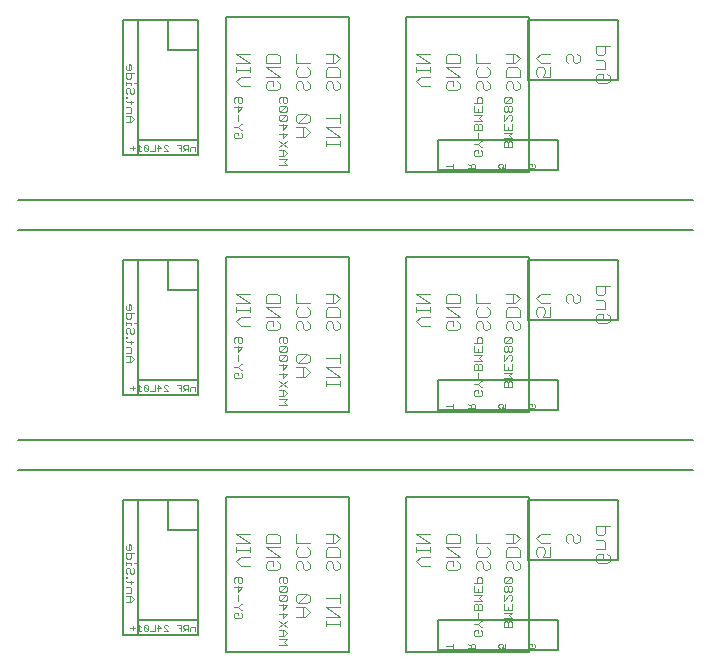
<source format=gbo>
G75*
%MOIN*%
%OFA0B0*%
%FSLAX25Y25*%
%IPPOS*%
%LPD*%
%AMOC8*
5,1,8,0,0,1.08239X$1,22.5*
%
%ADD10C,0.00600*%
%ADD11C,0.00500*%
%ADD12C,0.00300*%
%ADD13C,0.00200*%
%ADD14C,0.00400*%
D10*
X0001300Y0071250D02*
X0226300Y0071250D01*
X0226300Y0081250D02*
X0001300Y0081250D01*
X0001300Y0151250D02*
X0226300Y0151250D01*
X0226300Y0161250D02*
X0001300Y0161250D01*
D11*
X0036300Y0061250D02*
X0036300Y0016250D01*
X0041300Y0016250D01*
X0041300Y0021250D01*
X0061300Y0021250D01*
X0061300Y0016250D01*
X0041300Y0016250D01*
X0041300Y0021250D02*
X0041300Y0061250D01*
X0036300Y0061250D01*
X0041300Y0061250D02*
X0051300Y0061250D01*
X0051300Y0051250D01*
X0061300Y0051250D01*
X0061300Y0021250D01*
X0070749Y0010344D02*
X0070749Y0062156D01*
X0111851Y0062156D01*
X0111851Y0010344D01*
X0070749Y0010344D01*
X0061300Y0051250D02*
X0061300Y0061250D01*
X0051300Y0061250D01*
X0070749Y0090344D02*
X0070749Y0142156D01*
X0111851Y0142156D01*
X0111851Y0090344D01*
X0070749Y0090344D01*
X0061300Y0096250D02*
X0041300Y0096250D01*
X0036300Y0096250D01*
X0036300Y0141250D01*
X0041300Y0141250D01*
X0041300Y0101250D01*
X0041300Y0096250D01*
X0041300Y0101250D02*
X0061300Y0101250D01*
X0061300Y0096250D01*
X0061300Y0101250D02*
X0061300Y0131250D01*
X0051300Y0131250D01*
X0051300Y0141250D01*
X0061300Y0141250D01*
X0061300Y0131250D01*
X0051300Y0141250D02*
X0041300Y0141250D01*
X0070749Y0170344D02*
X0070749Y0222156D01*
X0111851Y0222156D01*
X0111851Y0170344D01*
X0070749Y0170344D01*
X0061300Y0176250D02*
X0041300Y0176250D01*
X0036300Y0176250D01*
X0036300Y0221250D01*
X0041300Y0221250D01*
X0041300Y0181250D01*
X0041300Y0176250D01*
X0041300Y0181250D02*
X0061300Y0181250D01*
X0061300Y0176250D01*
X0061300Y0181250D02*
X0061300Y0211250D01*
X0051300Y0211250D01*
X0051300Y0221250D01*
X0061300Y0221250D01*
X0061300Y0211250D01*
X0051300Y0221250D02*
X0041300Y0221250D01*
X0130749Y0222156D02*
X0130749Y0170344D01*
X0171851Y0170344D01*
X0171851Y0222156D01*
X0130749Y0222156D01*
X0171300Y0221250D02*
X0171300Y0201250D01*
X0201300Y0201250D01*
X0201300Y0221250D01*
X0171300Y0221250D01*
X0181300Y0181250D02*
X0141300Y0181250D01*
X0141300Y0171250D01*
X0181300Y0171250D01*
X0181300Y0181250D01*
X0171851Y0142156D02*
X0171851Y0090344D01*
X0130749Y0090344D01*
X0130749Y0142156D01*
X0171851Y0142156D01*
X0171300Y0141250D02*
X0171300Y0121250D01*
X0201300Y0121250D01*
X0201300Y0141250D01*
X0171300Y0141250D01*
X0181300Y0101250D02*
X0141300Y0101250D01*
X0141300Y0091250D01*
X0181300Y0091250D01*
X0181300Y0101250D01*
X0171851Y0062156D02*
X0130749Y0062156D01*
X0130749Y0010344D01*
X0171851Y0010344D01*
X0171851Y0062156D01*
X0171300Y0061250D02*
X0171300Y0041250D01*
X0201300Y0041250D01*
X0201300Y0061250D01*
X0171300Y0061250D01*
X0181300Y0021250D02*
X0141300Y0021250D01*
X0141300Y0011250D01*
X0181300Y0011250D01*
X0181300Y0021250D01*
D12*
X0166152Y0021667D02*
X0165185Y0022635D01*
X0166152Y0023602D01*
X0163250Y0023602D01*
X0163250Y0024614D02*
X0163250Y0026549D01*
X0163250Y0027560D02*
X0165185Y0029495D01*
X0165669Y0029495D01*
X0166152Y0029012D01*
X0166152Y0028044D01*
X0165669Y0027560D01*
X0166152Y0026549D02*
X0166152Y0024614D01*
X0163250Y0024614D01*
X0164701Y0024614D02*
X0164701Y0025581D01*
X0163250Y0027560D02*
X0163250Y0029495D01*
X0163734Y0030507D02*
X0164217Y0030507D01*
X0164701Y0030991D01*
X0164701Y0031958D01*
X0164217Y0032442D01*
X0163734Y0032442D01*
X0163250Y0031958D01*
X0163250Y0030991D01*
X0163734Y0030507D01*
X0164701Y0030991D02*
X0165185Y0030507D01*
X0165669Y0030507D01*
X0166152Y0030991D01*
X0166152Y0031958D01*
X0165669Y0032442D01*
X0165185Y0032442D01*
X0164701Y0031958D01*
X0163734Y0033453D02*
X0165669Y0035388D01*
X0163734Y0035388D01*
X0163250Y0034905D01*
X0163250Y0033937D01*
X0163734Y0033453D01*
X0165669Y0033453D01*
X0166152Y0033937D01*
X0166152Y0034905D01*
X0165669Y0035388D01*
X0156152Y0034905D02*
X0156152Y0033453D01*
X0153250Y0033453D01*
X0154217Y0033453D02*
X0154217Y0034905D01*
X0154701Y0035388D01*
X0155669Y0035388D01*
X0156152Y0034905D01*
X0156152Y0032442D02*
X0156152Y0030507D01*
X0153250Y0030507D01*
X0153250Y0032442D01*
X0154701Y0031474D02*
X0154701Y0030507D01*
X0156152Y0029495D02*
X0153250Y0029495D01*
X0153250Y0027560D02*
X0156152Y0027560D01*
X0155185Y0028528D01*
X0156152Y0029495D01*
X0155669Y0026549D02*
X0155185Y0026549D01*
X0154701Y0026065D01*
X0154701Y0024614D01*
X0154701Y0023602D02*
X0154701Y0021667D01*
X0155669Y0020656D02*
X0154701Y0019688D01*
X0153250Y0019688D01*
X0154701Y0019688D02*
X0155669Y0018721D01*
X0156152Y0018721D01*
X0155669Y0017709D02*
X0156152Y0017226D01*
X0156152Y0016258D01*
X0155669Y0015774D01*
X0153734Y0015774D01*
X0153250Y0016258D01*
X0153250Y0017226D01*
X0153734Y0017709D01*
X0154701Y0017709D01*
X0154701Y0016742D01*
X0155669Y0020656D02*
X0156152Y0020656D01*
X0156152Y0024614D02*
X0153250Y0024614D01*
X0153250Y0026065D01*
X0153734Y0026549D01*
X0154217Y0026549D01*
X0154701Y0026065D01*
X0155669Y0026549D02*
X0156152Y0026065D01*
X0156152Y0024614D01*
X0163250Y0021667D02*
X0166152Y0021667D01*
X0165669Y0020656D02*
X0165185Y0020656D01*
X0164701Y0020172D01*
X0164701Y0018721D01*
X0163250Y0018721D02*
X0166152Y0018721D01*
X0166152Y0020172D01*
X0165669Y0020656D01*
X0164701Y0020172D02*
X0164217Y0020656D01*
X0163734Y0020656D01*
X0163250Y0020172D01*
X0163250Y0018721D01*
X0091152Y0018721D02*
X0088250Y0020656D01*
X0089701Y0021667D02*
X0089701Y0023602D01*
X0089701Y0024614D02*
X0089701Y0026549D01*
X0088734Y0027560D02*
X0090669Y0027560D01*
X0091152Y0028044D01*
X0091152Y0029012D01*
X0090669Y0029495D01*
X0088734Y0027560D01*
X0088250Y0028044D01*
X0088250Y0029012D01*
X0088734Y0029495D01*
X0090669Y0029495D01*
X0090669Y0030507D02*
X0088734Y0030507D01*
X0090669Y0032442D01*
X0088734Y0032442D01*
X0088250Y0031958D01*
X0088250Y0030991D01*
X0088734Y0030507D01*
X0090669Y0030507D02*
X0091152Y0030991D01*
X0091152Y0031958D01*
X0090669Y0032442D01*
X0090669Y0033453D02*
X0090185Y0033453D01*
X0089701Y0033937D01*
X0089701Y0035388D01*
X0088734Y0035388D02*
X0090669Y0035388D01*
X0091152Y0034905D01*
X0091152Y0033937D01*
X0090669Y0033453D01*
X0088734Y0033453D02*
X0088250Y0033937D01*
X0088250Y0034905D01*
X0088734Y0035388D01*
X0088250Y0026065D02*
X0091152Y0026065D01*
X0089701Y0024614D01*
X0088250Y0023119D02*
X0091152Y0023119D01*
X0089701Y0021667D01*
X0091152Y0020656D02*
X0088250Y0018721D01*
X0088250Y0017709D02*
X0090185Y0017709D01*
X0091152Y0016742D01*
X0090185Y0015774D01*
X0088250Y0015774D01*
X0088250Y0014763D02*
X0091152Y0014763D01*
X0090185Y0013795D01*
X0091152Y0012828D01*
X0088250Y0012828D01*
X0089701Y0015774D02*
X0089701Y0017709D01*
X0076152Y0022151D02*
X0075669Y0021667D01*
X0073734Y0021667D01*
X0073250Y0022151D01*
X0073250Y0023119D01*
X0073734Y0023602D01*
X0074701Y0023602D01*
X0074701Y0022635D01*
X0075669Y0023602D02*
X0076152Y0023119D01*
X0076152Y0022151D01*
X0076152Y0024614D02*
X0075669Y0024614D01*
X0074701Y0025581D01*
X0073250Y0025581D01*
X0074701Y0025581D02*
X0075669Y0026549D01*
X0076152Y0026549D01*
X0074701Y0027560D02*
X0074701Y0029495D01*
X0074701Y0030507D02*
X0074701Y0032442D01*
X0075185Y0033453D02*
X0074701Y0033937D01*
X0074701Y0035388D01*
X0073734Y0035388D02*
X0075669Y0035388D01*
X0076152Y0034905D01*
X0076152Y0033937D01*
X0075669Y0033453D01*
X0075185Y0033453D01*
X0073734Y0033453D02*
X0073250Y0033937D01*
X0073250Y0034905D01*
X0073734Y0035388D01*
X0073250Y0031958D02*
X0076152Y0031958D01*
X0074701Y0030507D01*
X0040636Y0040026D02*
X0040152Y0040026D01*
X0039185Y0040026D02*
X0037250Y0040026D01*
X0037250Y0039543D02*
X0037250Y0040510D01*
X0037734Y0041507D02*
X0037250Y0041991D01*
X0037250Y0043442D01*
X0040152Y0043442D01*
X0039185Y0043442D02*
X0039185Y0041991D01*
X0038701Y0041507D01*
X0037734Y0041507D01*
X0039185Y0040026D02*
X0039185Y0039543D01*
X0039669Y0038531D02*
X0040152Y0038047D01*
X0040152Y0037080D01*
X0039669Y0036596D01*
X0039185Y0036596D01*
X0038701Y0037080D01*
X0038701Y0038047D01*
X0038217Y0038531D01*
X0037734Y0038531D01*
X0037250Y0038047D01*
X0037250Y0037080D01*
X0037734Y0036596D01*
X0037734Y0035607D02*
X0037250Y0035607D01*
X0037250Y0035123D01*
X0037734Y0035123D01*
X0037734Y0035607D01*
X0037250Y0034126D02*
X0037734Y0033642D01*
X0039669Y0033642D01*
X0039185Y0033159D02*
X0039185Y0034126D01*
X0038701Y0032147D02*
X0037250Y0032147D01*
X0038701Y0032147D02*
X0039185Y0031663D01*
X0039185Y0030212D01*
X0037250Y0030212D01*
X0037250Y0029200D02*
X0039185Y0029200D01*
X0040152Y0028233D01*
X0039185Y0027265D01*
X0037250Y0027265D01*
X0038701Y0027265D02*
X0038701Y0029200D01*
X0038701Y0044453D02*
X0039185Y0044937D01*
X0039185Y0045905D01*
X0038701Y0046388D01*
X0038217Y0046388D01*
X0038217Y0044453D01*
X0037734Y0044453D02*
X0038701Y0044453D01*
X0037734Y0044453D02*
X0037250Y0044937D01*
X0037250Y0045905D01*
X0088250Y0092828D02*
X0091152Y0092828D01*
X0090185Y0093795D01*
X0091152Y0094763D01*
X0088250Y0094763D01*
X0088250Y0095774D02*
X0090185Y0095774D01*
X0091152Y0096742D01*
X0090185Y0097709D01*
X0088250Y0097709D01*
X0088250Y0098721D02*
X0091152Y0100656D01*
X0089701Y0101667D02*
X0089701Y0103602D01*
X0089701Y0104614D02*
X0089701Y0106549D01*
X0088734Y0107560D02*
X0090669Y0109495D01*
X0088734Y0109495D01*
X0088250Y0109012D01*
X0088250Y0108044D01*
X0088734Y0107560D01*
X0090669Y0107560D01*
X0091152Y0108044D01*
X0091152Y0109012D01*
X0090669Y0109495D01*
X0090669Y0110507D02*
X0091152Y0110991D01*
X0091152Y0111958D01*
X0090669Y0112442D01*
X0088734Y0110507D01*
X0088250Y0110991D01*
X0088250Y0111958D01*
X0088734Y0112442D01*
X0090669Y0112442D01*
X0090669Y0113453D02*
X0090185Y0113453D01*
X0089701Y0113937D01*
X0089701Y0115388D01*
X0088734Y0115388D02*
X0090669Y0115388D01*
X0091152Y0114905D01*
X0091152Y0113937D01*
X0090669Y0113453D01*
X0088734Y0113453D02*
X0088250Y0113937D01*
X0088250Y0114905D01*
X0088734Y0115388D01*
X0088734Y0110507D02*
X0090669Y0110507D01*
X0091152Y0106065D02*
X0088250Y0106065D01*
X0089701Y0104614D02*
X0091152Y0106065D01*
X0091152Y0103119D02*
X0088250Y0103119D01*
X0089701Y0101667D02*
X0091152Y0103119D01*
X0088250Y0100656D02*
X0091152Y0098721D01*
X0089701Y0097709D02*
X0089701Y0095774D01*
X0076152Y0102151D02*
X0075669Y0101667D01*
X0073734Y0101667D01*
X0073250Y0102151D01*
X0073250Y0103119D01*
X0073734Y0103602D01*
X0074701Y0103602D01*
X0074701Y0102635D01*
X0075669Y0103602D02*
X0076152Y0103119D01*
X0076152Y0102151D01*
X0076152Y0104614D02*
X0075669Y0104614D01*
X0074701Y0105581D01*
X0073250Y0105581D01*
X0074701Y0105581D02*
X0075669Y0106549D01*
X0076152Y0106549D01*
X0074701Y0107560D02*
X0074701Y0109495D01*
X0074701Y0110507D02*
X0074701Y0112442D01*
X0075185Y0113453D02*
X0074701Y0113937D01*
X0074701Y0115388D01*
X0073734Y0115388D02*
X0075669Y0115388D01*
X0076152Y0114905D01*
X0076152Y0113937D01*
X0075669Y0113453D01*
X0075185Y0113453D01*
X0073734Y0113453D02*
X0073250Y0113937D01*
X0073250Y0114905D01*
X0073734Y0115388D01*
X0073250Y0111958D02*
X0076152Y0111958D01*
X0074701Y0110507D01*
X0040636Y0120026D02*
X0040152Y0120026D01*
X0039185Y0120026D02*
X0037250Y0120026D01*
X0037250Y0119543D02*
X0037250Y0120510D01*
X0037734Y0121507D02*
X0037250Y0121991D01*
X0037250Y0123442D01*
X0040152Y0123442D01*
X0039185Y0123442D02*
X0039185Y0121991D01*
X0038701Y0121507D01*
X0037734Y0121507D01*
X0039185Y0120026D02*
X0039185Y0119543D01*
X0039669Y0118531D02*
X0040152Y0118047D01*
X0040152Y0117080D01*
X0039669Y0116596D01*
X0039185Y0116596D01*
X0038701Y0117080D01*
X0038701Y0118047D01*
X0038217Y0118531D01*
X0037734Y0118531D01*
X0037250Y0118047D01*
X0037250Y0117080D01*
X0037734Y0116596D01*
X0037734Y0115607D02*
X0037250Y0115607D01*
X0037250Y0115123D01*
X0037734Y0115123D01*
X0037734Y0115607D01*
X0037250Y0114126D02*
X0037734Y0113642D01*
X0039669Y0113642D01*
X0039185Y0113159D02*
X0039185Y0114126D01*
X0038701Y0112147D02*
X0037250Y0112147D01*
X0038701Y0112147D02*
X0039185Y0111663D01*
X0039185Y0110212D01*
X0037250Y0110212D01*
X0037250Y0109200D02*
X0039185Y0109200D01*
X0040152Y0108233D01*
X0039185Y0107265D01*
X0037250Y0107265D01*
X0038701Y0107265D02*
X0038701Y0109200D01*
X0038701Y0124453D02*
X0039185Y0124937D01*
X0039185Y0125905D01*
X0038701Y0126388D01*
X0038217Y0126388D01*
X0038217Y0124453D01*
X0037734Y0124453D02*
X0038701Y0124453D01*
X0037734Y0124453D02*
X0037250Y0124937D01*
X0037250Y0125905D01*
X0088250Y0172828D02*
X0091152Y0172828D01*
X0090185Y0173795D01*
X0091152Y0174763D01*
X0088250Y0174763D01*
X0088250Y0175774D02*
X0090185Y0175774D01*
X0091152Y0176742D01*
X0090185Y0177709D01*
X0088250Y0177709D01*
X0088250Y0178721D02*
X0091152Y0180656D01*
X0089701Y0181667D02*
X0089701Y0183602D01*
X0089701Y0184614D02*
X0089701Y0186549D01*
X0088734Y0187560D02*
X0090669Y0187560D01*
X0091152Y0188044D01*
X0091152Y0189012D01*
X0090669Y0189495D01*
X0088734Y0187560D01*
X0088250Y0188044D01*
X0088250Y0189012D01*
X0088734Y0189495D01*
X0090669Y0189495D01*
X0090669Y0190507D02*
X0091152Y0190991D01*
X0091152Y0191958D01*
X0090669Y0192442D01*
X0088734Y0190507D01*
X0088250Y0190991D01*
X0088250Y0191958D01*
X0088734Y0192442D01*
X0090669Y0192442D01*
X0090669Y0193453D02*
X0090185Y0193453D01*
X0089701Y0193937D01*
X0089701Y0195388D01*
X0088734Y0195388D02*
X0090669Y0195388D01*
X0091152Y0194905D01*
X0091152Y0193937D01*
X0090669Y0193453D01*
X0088734Y0193453D02*
X0088250Y0193937D01*
X0088250Y0194905D01*
X0088734Y0195388D01*
X0088734Y0190507D02*
X0090669Y0190507D01*
X0091152Y0186065D02*
X0088250Y0186065D01*
X0089701Y0184614D02*
X0091152Y0186065D01*
X0091152Y0183119D02*
X0088250Y0183119D01*
X0089701Y0181667D02*
X0091152Y0183119D01*
X0088250Y0180656D02*
X0091152Y0178721D01*
X0089701Y0177709D02*
X0089701Y0175774D01*
X0076152Y0182151D02*
X0075669Y0181667D01*
X0073734Y0181667D01*
X0073250Y0182151D01*
X0073250Y0183119D01*
X0073734Y0183602D01*
X0074701Y0183602D01*
X0074701Y0182635D01*
X0075669Y0183602D02*
X0076152Y0183119D01*
X0076152Y0182151D01*
X0076152Y0184614D02*
X0075669Y0184614D01*
X0074701Y0185581D01*
X0073250Y0185581D01*
X0074701Y0185581D02*
X0075669Y0186549D01*
X0076152Y0186549D01*
X0074701Y0187560D02*
X0074701Y0189495D01*
X0074701Y0190507D02*
X0074701Y0192442D01*
X0075185Y0193453D02*
X0074701Y0193937D01*
X0074701Y0195388D01*
X0073734Y0195388D02*
X0075669Y0195388D01*
X0076152Y0194905D01*
X0076152Y0193937D01*
X0075669Y0193453D01*
X0075185Y0193453D01*
X0073734Y0193453D02*
X0073250Y0193937D01*
X0073250Y0194905D01*
X0073734Y0195388D01*
X0073250Y0191958D02*
X0076152Y0191958D01*
X0074701Y0190507D01*
X0040636Y0200026D02*
X0040152Y0200026D01*
X0039185Y0200026D02*
X0037250Y0200026D01*
X0037250Y0199543D02*
X0037250Y0200510D01*
X0037734Y0201507D02*
X0037250Y0201991D01*
X0037250Y0203442D01*
X0040152Y0203442D01*
X0039185Y0203442D02*
X0039185Y0201991D01*
X0038701Y0201507D01*
X0037734Y0201507D01*
X0039185Y0200026D02*
X0039185Y0199543D01*
X0039669Y0198531D02*
X0040152Y0198047D01*
X0040152Y0197080D01*
X0039669Y0196596D01*
X0039185Y0196596D01*
X0038701Y0197080D01*
X0038701Y0198047D01*
X0038217Y0198531D01*
X0037734Y0198531D01*
X0037250Y0198047D01*
X0037250Y0197080D01*
X0037734Y0196596D01*
X0037734Y0195607D02*
X0037250Y0195607D01*
X0037250Y0195123D01*
X0037734Y0195123D01*
X0037734Y0195607D01*
X0037250Y0194126D02*
X0037734Y0193642D01*
X0039669Y0193642D01*
X0039185Y0193159D02*
X0039185Y0194126D01*
X0038701Y0192147D02*
X0037250Y0192147D01*
X0038701Y0192147D02*
X0039185Y0191663D01*
X0039185Y0190212D01*
X0037250Y0190212D01*
X0037250Y0189200D02*
X0039185Y0189200D01*
X0040152Y0188233D01*
X0039185Y0187265D01*
X0037250Y0187265D01*
X0038701Y0187265D02*
X0038701Y0189200D01*
X0038701Y0204453D02*
X0039185Y0204937D01*
X0039185Y0205905D01*
X0038701Y0206388D01*
X0038217Y0206388D01*
X0038217Y0204453D01*
X0037734Y0204453D02*
X0038701Y0204453D01*
X0037734Y0204453D02*
X0037250Y0204937D01*
X0037250Y0205905D01*
X0153250Y0193453D02*
X0156152Y0193453D01*
X0156152Y0194905D01*
X0155669Y0195388D01*
X0154701Y0195388D01*
X0154217Y0194905D01*
X0154217Y0193453D01*
X0153250Y0192442D02*
X0153250Y0190507D01*
X0156152Y0190507D01*
X0156152Y0192442D01*
X0154701Y0191474D02*
X0154701Y0190507D01*
X0156152Y0189495D02*
X0153250Y0189495D01*
X0153250Y0187560D02*
X0156152Y0187560D01*
X0155185Y0188528D01*
X0156152Y0189495D01*
X0155669Y0186549D02*
X0155185Y0186549D01*
X0154701Y0186065D01*
X0154701Y0184614D01*
X0154701Y0183602D02*
X0154701Y0181667D01*
X0155669Y0180656D02*
X0154701Y0179688D01*
X0153250Y0179688D01*
X0154701Y0179688D02*
X0155669Y0178721D01*
X0156152Y0178721D01*
X0155669Y0177709D02*
X0156152Y0177226D01*
X0156152Y0176258D01*
X0155669Y0175774D01*
X0153734Y0175774D01*
X0153250Y0176258D01*
X0153250Y0177226D01*
X0153734Y0177709D01*
X0154701Y0177709D01*
X0154701Y0176742D01*
X0155669Y0180656D02*
X0156152Y0180656D01*
X0156152Y0184614D02*
X0153250Y0184614D01*
X0153250Y0186065D01*
X0153734Y0186549D01*
X0154217Y0186549D01*
X0154701Y0186065D01*
X0155669Y0186549D02*
X0156152Y0186065D01*
X0156152Y0184614D01*
X0163250Y0184614D02*
X0163250Y0186549D01*
X0163250Y0187560D02*
X0165185Y0189495D01*
X0165669Y0189495D01*
X0166152Y0189012D01*
X0166152Y0188044D01*
X0165669Y0187560D01*
X0166152Y0186549D02*
X0166152Y0184614D01*
X0163250Y0184614D01*
X0163250Y0183602D02*
X0166152Y0183602D01*
X0165185Y0182635D01*
X0166152Y0181667D01*
X0163250Y0181667D01*
X0163734Y0180656D02*
X0163250Y0180172D01*
X0163250Y0178721D01*
X0166152Y0178721D01*
X0166152Y0180172D01*
X0165669Y0180656D01*
X0165185Y0180656D01*
X0164701Y0180172D01*
X0164701Y0178721D01*
X0164701Y0180172D02*
X0164217Y0180656D01*
X0163734Y0180656D01*
X0164701Y0184614D02*
X0164701Y0185581D01*
X0163250Y0187560D02*
X0163250Y0189495D01*
X0163734Y0190507D02*
X0164217Y0190507D01*
X0164701Y0190991D01*
X0164701Y0191958D01*
X0164217Y0192442D01*
X0163734Y0192442D01*
X0163250Y0191958D01*
X0163250Y0190991D01*
X0163734Y0190507D01*
X0164701Y0190991D02*
X0165185Y0190507D01*
X0165669Y0190507D01*
X0166152Y0190991D01*
X0166152Y0191958D01*
X0165669Y0192442D01*
X0165185Y0192442D01*
X0164701Y0191958D01*
X0163734Y0193453D02*
X0165669Y0195388D01*
X0163734Y0195388D01*
X0163250Y0194905D01*
X0163250Y0193937D01*
X0163734Y0193453D01*
X0165669Y0193453D01*
X0166152Y0193937D01*
X0166152Y0194905D01*
X0165669Y0195388D01*
X0165669Y0115388D02*
X0163734Y0115388D01*
X0163250Y0114905D01*
X0163250Y0113937D01*
X0163734Y0113453D01*
X0165669Y0115388D01*
X0166152Y0114905D01*
X0166152Y0113937D01*
X0165669Y0113453D01*
X0163734Y0113453D01*
X0163734Y0112442D02*
X0163250Y0111958D01*
X0163250Y0110991D01*
X0163734Y0110507D01*
X0164217Y0110507D01*
X0164701Y0110991D01*
X0164701Y0111958D01*
X0164217Y0112442D01*
X0163734Y0112442D01*
X0164701Y0111958D02*
X0165185Y0112442D01*
X0165669Y0112442D01*
X0166152Y0111958D01*
X0166152Y0110991D01*
X0165669Y0110507D01*
X0165185Y0110507D01*
X0164701Y0110991D01*
X0165185Y0109495D02*
X0165669Y0109495D01*
X0166152Y0109012D01*
X0166152Y0108044D01*
X0165669Y0107560D01*
X0166152Y0106549D02*
X0166152Y0104614D01*
X0163250Y0104614D01*
X0163250Y0106549D01*
X0163250Y0107560D02*
X0165185Y0109495D01*
X0163250Y0109495D02*
X0163250Y0107560D01*
X0164701Y0105581D02*
X0164701Y0104614D01*
X0166152Y0103602D02*
X0163250Y0103602D01*
X0163250Y0101667D02*
X0166152Y0101667D01*
X0165185Y0102635D01*
X0166152Y0103602D01*
X0165669Y0100656D02*
X0165185Y0100656D01*
X0164701Y0100172D01*
X0164701Y0098721D01*
X0163250Y0098721D02*
X0166152Y0098721D01*
X0166152Y0100172D01*
X0165669Y0100656D01*
X0164701Y0100172D02*
X0164217Y0100656D01*
X0163734Y0100656D01*
X0163250Y0100172D01*
X0163250Y0098721D01*
X0156152Y0098721D02*
X0155669Y0098721D01*
X0154701Y0099688D01*
X0153250Y0099688D01*
X0154701Y0099688D02*
X0155669Y0100656D01*
X0156152Y0100656D01*
X0154701Y0101667D02*
X0154701Y0103602D01*
X0154701Y0104614D02*
X0154701Y0106065D01*
X0154217Y0106549D01*
X0153734Y0106549D01*
X0153250Y0106065D01*
X0153250Y0104614D01*
X0156152Y0104614D01*
X0156152Y0106065D01*
X0155669Y0106549D01*
X0155185Y0106549D01*
X0154701Y0106065D01*
X0153250Y0107560D02*
X0156152Y0107560D01*
X0155185Y0108528D01*
X0156152Y0109495D01*
X0153250Y0109495D01*
X0153250Y0110507D02*
X0153250Y0112442D01*
X0153250Y0113453D02*
X0156152Y0113453D01*
X0156152Y0114905D01*
X0155669Y0115388D01*
X0154701Y0115388D01*
X0154217Y0114905D01*
X0154217Y0113453D01*
X0154701Y0111474D02*
X0154701Y0110507D01*
X0156152Y0110507D02*
X0153250Y0110507D01*
X0156152Y0110507D02*
X0156152Y0112442D01*
X0155669Y0097709D02*
X0156152Y0097226D01*
X0156152Y0096258D01*
X0155669Y0095774D01*
X0153734Y0095774D01*
X0153250Y0096258D01*
X0153250Y0097226D01*
X0153734Y0097709D01*
X0154701Y0097709D01*
X0154701Y0096742D01*
D13*
X0153335Y0093108D02*
X0152601Y0093108D01*
X0152234Y0092741D01*
X0152234Y0091640D01*
X0151500Y0091640D02*
X0153702Y0091640D01*
X0153702Y0092741D01*
X0153335Y0093108D01*
X0152234Y0092374D02*
X0151500Y0093108D01*
X0146202Y0093108D02*
X0146202Y0091640D01*
X0146202Y0092374D02*
X0144000Y0092374D01*
X0161500Y0092007D02*
X0161867Y0091640D01*
X0161500Y0092007D02*
X0161500Y0092741D01*
X0161867Y0093108D01*
X0162601Y0093108D01*
X0162968Y0092741D01*
X0162968Y0092374D01*
X0162601Y0091640D01*
X0163702Y0091640D01*
X0163702Y0093108D01*
X0171500Y0092741D02*
X0171867Y0093108D01*
X0172601Y0093108D01*
X0172601Y0092374D01*
X0173335Y0091640D02*
X0171867Y0091640D01*
X0171500Y0092007D01*
X0171500Y0092741D01*
X0173335Y0093108D02*
X0173702Y0092741D01*
X0173702Y0092007D01*
X0173335Y0091640D01*
X0173335Y0013108D02*
X0173702Y0012741D01*
X0173702Y0012007D01*
X0173335Y0011640D01*
X0171867Y0011640D01*
X0171500Y0012007D01*
X0171500Y0012741D01*
X0171867Y0013108D01*
X0172601Y0013108D01*
X0172601Y0012374D01*
X0163702Y0011640D02*
X0162601Y0011640D01*
X0162968Y0012374D01*
X0162968Y0012741D01*
X0162601Y0013108D01*
X0161867Y0013108D01*
X0161500Y0012741D01*
X0161500Y0012007D01*
X0161867Y0011640D01*
X0163702Y0011640D02*
X0163702Y0013108D01*
X0153702Y0012741D02*
X0153335Y0013108D01*
X0152601Y0013108D01*
X0152234Y0012741D01*
X0152234Y0011640D01*
X0151500Y0011640D02*
X0153702Y0011640D01*
X0153702Y0012741D01*
X0152234Y0012374D02*
X0151500Y0013108D01*
X0146202Y0013108D02*
X0146202Y0011640D01*
X0146202Y0012374D02*
X0144000Y0012374D01*
X0060200Y0017350D02*
X0060200Y0018818D01*
X0059099Y0018818D01*
X0058732Y0018451D01*
X0058732Y0017350D01*
X0057990Y0017350D02*
X0057990Y0019552D01*
X0056889Y0019552D01*
X0056522Y0019185D01*
X0056522Y0018451D01*
X0056889Y0018084D01*
X0057990Y0018084D01*
X0057256Y0018084D02*
X0056522Y0017350D01*
X0055780Y0017350D02*
X0055780Y0019552D01*
X0054312Y0019552D01*
X0055046Y0018451D02*
X0055780Y0018451D01*
X0051360Y0019185D02*
X0050994Y0019552D01*
X0050260Y0019552D01*
X0049893Y0019185D01*
X0049893Y0018818D01*
X0051360Y0017350D01*
X0049893Y0017350D01*
X0049151Y0018451D02*
X0047683Y0018451D01*
X0048050Y0017350D02*
X0048050Y0019552D01*
X0049151Y0018451D01*
X0046941Y0019552D02*
X0046941Y0017350D01*
X0045473Y0017350D01*
X0044731Y0017717D02*
X0043263Y0019185D01*
X0043263Y0017717D01*
X0043630Y0017350D01*
X0044364Y0017350D01*
X0044731Y0017717D01*
X0044731Y0019185D01*
X0044364Y0019552D01*
X0043630Y0019552D01*
X0043263Y0019185D01*
X0042521Y0018818D02*
X0041787Y0019552D01*
X0041787Y0017350D01*
X0042521Y0017350D02*
X0041053Y0017350D01*
X0040311Y0018451D02*
X0038843Y0018451D01*
X0039577Y0019185D02*
X0039577Y0017717D01*
X0041053Y0097350D02*
X0042521Y0097350D01*
X0041787Y0097350D02*
X0041787Y0099552D01*
X0042521Y0098818D01*
X0043263Y0099185D02*
X0044731Y0097717D01*
X0044364Y0097350D01*
X0043630Y0097350D01*
X0043263Y0097717D01*
X0043263Y0099185D01*
X0043630Y0099552D01*
X0044364Y0099552D01*
X0044731Y0099185D01*
X0044731Y0097717D01*
X0045473Y0097350D02*
X0046941Y0097350D01*
X0046941Y0099552D01*
X0048050Y0099552D02*
X0049151Y0098451D01*
X0047683Y0098451D01*
X0048050Y0097350D02*
X0048050Y0099552D01*
X0049893Y0099185D02*
X0050260Y0099552D01*
X0050994Y0099552D01*
X0051360Y0099185D01*
X0049893Y0099185D02*
X0049893Y0098818D01*
X0051360Y0097350D01*
X0049893Y0097350D01*
X0054312Y0099552D02*
X0055780Y0099552D01*
X0055780Y0097350D01*
X0056522Y0097350D02*
X0057256Y0098084D01*
X0056889Y0098084D02*
X0057990Y0098084D01*
X0057990Y0097350D02*
X0057990Y0099552D01*
X0056889Y0099552D01*
X0056522Y0099185D01*
X0056522Y0098451D01*
X0056889Y0098084D01*
X0055780Y0098451D02*
X0055046Y0098451D01*
X0058732Y0098451D02*
X0058732Y0097350D01*
X0058732Y0098451D02*
X0059099Y0098818D01*
X0060200Y0098818D01*
X0060200Y0097350D01*
X0040311Y0098451D02*
X0038843Y0098451D01*
X0039577Y0099185D02*
X0039577Y0097717D01*
X0041053Y0177350D02*
X0042521Y0177350D01*
X0041787Y0177350D02*
X0041787Y0179552D01*
X0042521Y0178818D01*
X0043263Y0179185D02*
X0044731Y0177717D01*
X0044364Y0177350D01*
X0043630Y0177350D01*
X0043263Y0177717D01*
X0043263Y0179185D01*
X0043630Y0179552D01*
X0044364Y0179552D01*
X0044731Y0179185D01*
X0044731Y0177717D01*
X0045473Y0177350D02*
X0046941Y0177350D01*
X0046941Y0179552D01*
X0048050Y0179552D02*
X0049151Y0178451D01*
X0047683Y0178451D01*
X0048050Y0177350D02*
X0048050Y0179552D01*
X0049893Y0179185D02*
X0049893Y0178818D01*
X0051360Y0177350D01*
X0049893Y0177350D01*
X0049893Y0179185D02*
X0050260Y0179552D01*
X0050994Y0179552D01*
X0051360Y0179185D01*
X0054312Y0179552D02*
X0055780Y0179552D01*
X0055780Y0177350D01*
X0056522Y0177350D02*
X0057256Y0178084D01*
X0056889Y0178084D02*
X0057990Y0178084D01*
X0057990Y0177350D02*
X0057990Y0179552D01*
X0056889Y0179552D01*
X0056522Y0179185D01*
X0056522Y0178451D01*
X0056889Y0178084D01*
X0055780Y0178451D02*
X0055046Y0178451D01*
X0058732Y0178451D02*
X0058732Y0177350D01*
X0058732Y0178451D02*
X0059099Y0178818D01*
X0060200Y0178818D01*
X0060200Y0177350D01*
X0040311Y0178451D02*
X0038843Y0178451D01*
X0039577Y0179185D02*
X0039577Y0177717D01*
X0144000Y0172374D02*
X0146202Y0172374D01*
X0146202Y0171640D02*
X0146202Y0173108D01*
X0151500Y0173108D02*
X0152234Y0172374D01*
X0152234Y0172741D02*
X0152234Y0171640D01*
X0151500Y0171640D02*
X0153702Y0171640D01*
X0153702Y0172741D01*
X0153335Y0173108D01*
X0152601Y0173108D01*
X0152234Y0172741D01*
X0161500Y0172741D02*
X0161500Y0172007D01*
X0161867Y0171640D01*
X0162601Y0171640D02*
X0162968Y0172374D01*
X0162968Y0172741D01*
X0162601Y0173108D01*
X0161867Y0173108D01*
X0161500Y0172741D01*
X0162601Y0171640D02*
X0163702Y0171640D01*
X0163702Y0173108D01*
X0171500Y0172741D02*
X0171500Y0172007D01*
X0171867Y0171640D01*
X0173335Y0171640D01*
X0173702Y0172007D01*
X0173702Y0172741D01*
X0173335Y0173108D01*
X0172601Y0173108D02*
X0172601Y0172374D01*
X0172601Y0173108D02*
X0171867Y0173108D01*
X0171500Y0172741D01*
D14*
X0167837Y0197638D02*
X0167069Y0197638D01*
X0166302Y0198406D01*
X0166302Y0199940D01*
X0165535Y0200707D01*
X0164767Y0200707D01*
X0164000Y0199940D01*
X0164000Y0198406D01*
X0164767Y0197638D01*
X0167837Y0197638D02*
X0168604Y0198406D01*
X0168604Y0199940D01*
X0167837Y0200707D01*
X0168604Y0202242D02*
X0168604Y0204544D01*
X0167837Y0205311D01*
X0164767Y0205311D01*
X0164000Y0204544D01*
X0164000Y0202242D01*
X0168604Y0202242D01*
X0167069Y0206846D02*
X0164000Y0206846D01*
X0166302Y0206846D02*
X0166302Y0209915D01*
X0167069Y0209915D02*
X0168604Y0208381D01*
X0167069Y0206846D01*
X0167069Y0209915D02*
X0164000Y0209915D01*
X0158604Y0206846D02*
X0154000Y0206846D01*
X0154000Y0209915D01*
X0154767Y0205311D02*
X0154000Y0204544D01*
X0154000Y0203009D01*
X0154767Y0202242D01*
X0157837Y0202242D01*
X0158604Y0203009D01*
X0158604Y0204544D01*
X0157837Y0205311D01*
X0157837Y0200707D02*
X0158604Y0199940D01*
X0158604Y0198406D01*
X0157837Y0197638D01*
X0157069Y0197638D01*
X0156302Y0198406D01*
X0156302Y0199940D01*
X0155535Y0200707D01*
X0154767Y0200707D01*
X0154000Y0199940D01*
X0154000Y0198406D01*
X0154767Y0197638D01*
X0148604Y0198406D02*
X0147837Y0197638D01*
X0144767Y0197638D01*
X0144000Y0198406D01*
X0144000Y0199940D01*
X0144767Y0200707D01*
X0146302Y0200707D01*
X0146302Y0199173D01*
X0147837Y0200707D02*
X0148604Y0199940D01*
X0148604Y0198406D01*
X0148604Y0202242D02*
X0144000Y0202242D01*
X0144000Y0205311D02*
X0148604Y0202242D01*
X0148604Y0205311D02*
X0144000Y0205311D01*
X0144000Y0206846D02*
X0144000Y0209148D01*
X0144767Y0209915D01*
X0147837Y0209915D01*
X0148604Y0209148D01*
X0148604Y0206846D01*
X0144000Y0206846D01*
X0138604Y0206846D02*
X0134000Y0209915D01*
X0138604Y0209915D01*
X0138604Y0206846D02*
X0134000Y0206846D01*
X0134000Y0205311D02*
X0134000Y0203777D01*
X0134000Y0204544D02*
X0138604Y0204544D01*
X0138604Y0203777D02*
X0138604Y0205311D01*
X0138604Y0202242D02*
X0135535Y0202242D01*
X0134000Y0200707D01*
X0135535Y0199173D01*
X0138604Y0199173D01*
X0108604Y0198406D02*
X0107837Y0197638D01*
X0107069Y0197638D01*
X0106302Y0198406D01*
X0106302Y0199940D01*
X0105535Y0200707D01*
X0104767Y0200707D01*
X0104000Y0199940D01*
X0104000Y0198406D01*
X0104767Y0197638D01*
X0108604Y0198406D02*
X0108604Y0199940D01*
X0107837Y0200707D01*
X0108604Y0202242D02*
X0108604Y0204544D01*
X0107837Y0205311D01*
X0104767Y0205311D01*
X0104000Y0204544D01*
X0104000Y0202242D01*
X0108604Y0202242D01*
X0107069Y0206846D02*
X0104000Y0206846D01*
X0106302Y0206846D02*
X0106302Y0209915D01*
X0107069Y0209915D02*
X0104000Y0209915D01*
X0107069Y0209915D02*
X0108604Y0208381D01*
X0107069Y0206846D01*
X0098604Y0206846D02*
X0094000Y0206846D01*
X0094000Y0209915D01*
X0094767Y0205311D02*
X0094000Y0204544D01*
X0094000Y0203009D01*
X0094767Y0202242D01*
X0097837Y0202242D01*
X0098604Y0203009D01*
X0098604Y0204544D01*
X0097837Y0205311D01*
X0097837Y0200707D02*
X0098604Y0199940D01*
X0098604Y0198406D01*
X0097837Y0197638D01*
X0097069Y0197638D01*
X0096302Y0198406D01*
X0096302Y0199940D01*
X0095535Y0200707D01*
X0094767Y0200707D01*
X0094000Y0199940D01*
X0094000Y0198406D01*
X0094767Y0197638D01*
X0088604Y0198406D02*
X0087837Y0197638D01*
X0084767Y0197638D01*
X0084000Y0198406D01*
X0084000Y0199940D01*
X0084767Y0200707D01*
X0086302Y0200707D01*
X0086302Y0199173D01*
X0087837Y0200707D02*
X0088604Y0199940D01*
X0088604Y0198406D01*
X0088604Y0202242D02*
X0084000Y0202242D01*
X0084000Y0205311D02*
X0088604Y0202242D01*
X0088604Y0205311D02*
X0084000Y0205311D01*
X0084000Y0206846D02*
X0084000Y0209148D01*
X0084767Y0209915D01*
X0087837Y0209915D01*
X0088604Y0209148D01*
X0088604Y0206846D01*
X0084000Y0206846D01*
X0078604Y0206846D02*
X0074000Y0209915D01*
X0078604Y0209915D01*
X0078604Y0206846D02*
X0074000Y0206846D01*
X0074000Y0205311D02*
X0074000Y0203777D01*
X0074000Y0204544D02*
X0078604Y0204544D01*
X0078604Y0203777D02*
X0078604Y0205311D01*
X0078604Y0202242D02*
X0075535Y0202242D01*
X0074000Y0200707D01*
X0075535Y0199173D01*
X0078604Y0199173D01*
X0094000Y0189148D02*
X0094000Y0187613D01*
X0094767Y0186846D01*
X0097837Y0189915D01*
X0094767Y0189915D01*
X0094000Y0189148D01*
X0094767Y0186846D02*
X0097837Y0186846D01*
X0098604Y0187613D01*
X0098604Y0189148D01*
X0097837Y0189915D01*
X0097069Y0185311D02*
X0094000Y0185311D01*
X0096302Y0185311D02*
X0096302Y0182242D01*
X0097069Y0182242D02*
X0098604Y0183777D01*
X0097069Y0185311D01*
X0097069Y0182242D02*
X0094000Y0182242D01*
X0104000Y0182242D02*
X0108604Y0182242D01*
X0104000Y0185311D01*
X0108604Y0185311D01*
X0108604Y0186846D02*
X0108604Y0189915D01*
X0108604Y0188381D02*
X0104000Y0188381D01*
X0104000Y0180707D02*
X0104000Y0179173D01*
X0104000Y0179940D02*
X0108604Y0179940D01*
X0108604Y0179173D02*
X0108604Y0180707D01*
X0107069Y0129915D02*
X0104000Y0129915D01*
X0106302Y0129915D02*
X0106302Y0126846D01*
X0107069Y0126846D02*
X0104000Y0126846D01*
X0104767Y0125311D02*
X0107837Y0125311D01*
X0108604Y0124544D01*
X0108604Y0122242D01*
X0104000Y0122242D01*
X0104000Y0124544D01*
X0104767Y0125311D01*
X0107069Y0126846D02*
X0108604Y0128381D01*
X0107069Y0129915D01*
X0098604Y0126846D02*
X0094000Y0126846D01*
X0094000Y0129915D01*
X0094767Y0125311D02*
X0094000Y0124544D01*
X0094000Y0123009D01*
X0094767Y0122242D01*
X0097837Y0122242D01*
X0098604Y0123009D01*
X0098604Y0124544D01*
X0097837Y0125311D01*
X0097837Y0120707D02*
X0098604Y0119940D01*
X0098604Y0118406D01*
X0097837Y0117638D01*
X0097069Y0117638D01*
X0096302Y0118406D01*
X0096302Y0119940D01*
X0095535Y0120707D01*
X0094767Y0120707D01*
X0094000Y0119940D01*
X0094000Y0118406D01*
X0094767Y0117638D01*
X0088604Y0118406D02*
X0087837Y0117638D01*
X0084767Y0117638D01*
X0084000Y0118406D01*
X0084000Y0119940D01*
X0084767Y0120707D01*
X0086302Y0120707D01*
X0086302Y0119173D01*
X0087837Y0120707D02*
X0088604Y0119940D01*
X0088604Y0118406D01*
X0088604Y0122242D02*
X0084000Y0122242D01*
X0084000Y0125311D02*
X0088604Y0125311D01*
X0088604Y0126846D02*
X0084000Y0126846D01*
X0084000Y0129148D01*
X0084767Y0129915D01*
X0087837Y0129915D01*
X0088604Y0129148D01*
X0088604Y0126846D01*
X0088604Y0122242D02*
X0084000Y0125311D01*
X0078604Y0125311D02*
X0078604Y0123777D01*
X0078604Y0124544D02*
X0074000Y0124544D01*
X0074000Y0123777D02*
X0074000Y0125311D01*
X0074000Y0126846D02*
X0078604Y0126846D01*
X0074000Y0129915D01*
X0078604Y0129915D01*
X0078604Y0122242D02*
X0075535Y0122242D01*
X0074000Y0120707D01*
X0075535Y0119173D01*
X0078604Y0119173D01*
X0094000Y0109148D02*
X0094000Y0107613D01*
X0094767Y0106846D01*
X0097837Y0109915D01*
X0094767Y0109915D01*
X0094000Y0109148D01*
X0094767Y0106846D02*
X0097837Y0106846D01*
X0098604Y0107613D01*
X0098604Y0109148D01*
X0097837Y0109915D01*
X0097069Y0105311D02*
X0094000Y0105311D01*
X0096302Y0105311D02*
X0096302Y0102242D01*
X0097069Y0102242D02*
X0098604Y0103777D01*
X0097069Y0105311D01*
X0097069Y0102242D02*
X0094000Y0102242D01*
X0104000Y0102242D02*
X0108604Y0102242D01*
X0104000Y0105311D01*
X0108604Y0105311D01*
X0108604Y0106846D02*
X0108604Y0109915D01*
X0108604Y0108381D02*
X0104000Y0108381D01*
X0104000Y0100707D02*
X0104000Y0099173D01*
X0104000Y0099940D02*
X0108604Y0099940D01*
X0108604Y0099173D02*
X0108604Y0100707D01*
X0107837Y0117638D02*
X0107069Y0117638D01*
X0106302Y0118406D01*
X0106302Y0119940D01*
X0105535Y0120707D01*
X0104767Y0120707D01*
X0104000Y0119940D01*
X0104000Y0118406D01*
X0104767Y0117638D01*
X0107837Y0117638D02*
X0108604Y0118406D01*
X0108604Y0119940D01*
X0107837Y0120707D01*
X0134000Y0120707D02*
X0135535Y0122242D01*
X0138604Y0122242D01*
X0138604Y0123777D02*
X0138604Y0125311D01*
X0138604Y0124544D02*
X0134000Y0124544D01*
X0134000Y0123777D02*
X0134000Y0125311D01*
X0134000Y0126846D02*
X0138604Y0126846D01*
X0134000Y0129915D01*
X0138604Y0129915D01*
X0144000Y0129148D02*
X0144000Y0126846D01*
X0148604Y0126846D01*
X0148604Y0129148D01*
X0147837Y0129915D01*
X0144767Y0129915D01*
X0144000Y0129148D01*
X0144000Y0125311D02*
X0148604Y0125311D01*
X0148604Y0122242D02*
X0144000Y0122242D01*
X0144767Y0120707D02*
X0146302Y0120707D01*
X0146302Y0119173D01*
X0147837Y0120707D02*
X0148604Y0119940D01*
X0148604Y0118406D01*
X0147837Y0117638D01*
X0144767Y0117638D01*
X0144000Y0118406D01*
X0144000Y0119940D01*
X0144767Y0120707D01*
X0148604Y0122242D02*
X0144000Y0125311D01*
X0138604Y0119173D02*
X0135535Y0119173D01*
X0134000Y0120707D01*
X0154000Y0119940D02*
X0154000Y0118406D01*
X0154767Y0117638D01*
X0156302Y0118406D02*
X0156302Y0119940D01*
X0155535Y0120707D01*
X0154767Y0120707D01*
X0154000Y0119940D01*
X0154767Y0122242D02*
X0154000Y0123009D01*
X0154000Y0124544D01*
X0154767Y0125311D01*
X0154000Y0126846D02*
X0154000Y0129915D01*
X0154000Y0126846D02*
X0158604Y0126846D01*
X0157837Y0125311D02*
X0158604Y0124544D01*
X0158604Y0123009D01*
X0157837Y0122242D01*
X0154767Y0122242D01*
X0157837Y0120707D02*
X0158604Y0119940D01*
X0158604Y0118406D01*
X0157837Y0117638D01*
X0157069Y0117638D01*
X0156302Y0118406D01*
X0164000Y0118406D02*
X0164767Y0117638D01*
X0164000Y0118406D02*
X0164000Y0119940D01*
X0164767Y0120707D01*
X0165535Y0120707D01*
X0166302Y0119940D01*
X0166302Y0118406D01*
X0167069Y0117638D01*
X0167837Y0117638D01*
X0168604Y0118406D01*
X0168604Y0119940D01*
X0167837Y0120707D01*
X0168604Y0122242D02*
X0168604Y0124544D01*
X0167837Y0125311D01*
X0164767Y0125311D01*
X0164000Y0124544D01*
X0164000Y0122242D01*
X0168604Y0122242D01*
X0167069Y0126846D02*
X0164000Y0126846D01*
X0166302Y0126846D02*
X0166302Y0129915D01*
X0167069Y0129915D02*
X0164000Y0129915D01*
X0167069Y0129915D02*
X0168604Y0128381D01*
X0167069Y0126846D01*
X0174000Y0128381D02*
X0175535Y0126846D01*
X0178604Y0126846D01*
X0178604Y0125311D02*
X0178604Y0122242D01*
X0176302Y0122242D01*
X0177069Y0123777D01*
X0177069Y0124544D01*
X0176302Y0125311D01*
X0174767Y0125311D01*
X0174000Y0124544D01*
X0174000Y0123009D01*
X0174767Y0122242D01*
X0174000Y0128381D02*
X0175535Y0129915D01*
X0178604Y0129915D01*
X0184000Y0129148D02*
X0184000Y0127613D01*
X0184767Y0126846D01*
X0186302Y0127613D02*
X0186302Y0129148D01*
X0185535Y0129915D01*
X0184767Y0129915D01*
X0184000Y0129148D01*
X0186302Y0127613D02*
X0187069Y0126846D01*
X0187837Y0126846D01*
X0188604Y0127613D01*
X0188604Y0129148D01*
X0187837Y0129915D01*
X0194000Y0130113D02*
X0194767Y0129346D01*
X0196302Y0129346D01*
X0197069Y0130113D01*
X0197069Y0132415D01*
X0198604Y0132415D02*
X0194000Y0132415D01*
X0194000Y0130113D01*
X0194000Y0127811D02*
X0196302Y0127811D01*
X0197069Y0127044D01*
X0197069Y0124742D01*
X0194000Y0124742D01*
X0194767Y0123207D02*
X0196302Y0123207D01*
X0196302Y0121673D01*
X0197837Y0123207D02*
X0198604Y0122440D01*
X0198604Y0120906D01*
X0197837Y0120138D01*
X0194767Y0120138D01*
X0194000Y0120906D01*
X0194000Y0122440D01*
X0194767Y0123207D01*
X0194000Y0052415D02*
X0194000Y0050113D01*
X0194767Y0049346D01*
X0196302Y0049346D01*
X0197069Y0050113D01*
X0197069Y0052415D01*
X0198604Y0052415D02*
X0194000Y0052415D01*
X0194000Y0047811D02*
X0196302Y0047811D01*
X0197069Y0047044D01*
X0197069Y0044742D01*
X0194000Y0044742D01*
X0194767Y0043207D02*
X0196302Y0043207D01*
X0196302Y0041673D01*
X0197837Y0043207D02*
X0198604Y0042440D01*
X0198604Y0040906D01*
X0197837Y0040138D01*
X0194767Y0040138D01*
X0194000Y0040906D01*
X0194000Y0042440D01*
X0194767Y0043207D01*
X0188604Y0047613D02*
X0187837Y0046846D01*
X0187069Y0046846D01*
X0186302Y0047613D01*
X0186302Y0049148D01*
X0185535Y0049915D01*
X0184767Y0049915D01*
X0184000Y0049148D01*
X0184000Y0047613D01*
X0184767Y0046846D01*
X0188604Y0047613D02*
X0188604Y0049148D01*
X0187837Y0049915D01*
X0178604Y0049915D02*
X0175535Y0049915D01*
X0174000Y0048381D01*
X0175535Y0046846D01*
X0178604Y0046846D01*
X0178604Y0045311D02*
X0178604Y0042242D01*
X0176302Y0042242D01*
X0177069Y0043777D01*
X0177069Y0044544D01*
X0176302Y0045311D01*
X0174767Y0045311D01*
X0174000Y0044544D01*
X0174000Y0043009D01*
X0174767Y0042242D01*
X0168604Y0042242D02*
X0168604Y0044544D01*
X0167837Y0045311D01*
X0164767Y0045311D01*
X0164000Y0044544D01*
X0164000Y0042242D01*
X0168604Y0042242D01*
X0167837Y0040707D02*
X0168604Y0039940D01*
X0168604Y0038406D01*
X0167837Y0037638D01*
X0167069Y0037638D01*
X0166302Y0038406D01*
X0166302Y0039940D01*
X0165535Y0040707D01*
X0164767Y0040707D01*
X0164000Y0039940D01*
X0164000Y0038406D01*
X0164767Y0037638D01*
X0158604Y0038406D02*
X0157837Y0037638D01*
X0157069Y0037638D01*
X0156302Y0038406D01*
X0156302Y0039940D01*
X0155535Y0040707D01*
X0154767Y0040707D01*
X0154000Y0039940D01*
X0154000Y0038406D01*
X0154767Y0037638D01*
X0157837Y0040707D02*
X0158604Y0039940D01*
X0158604Y0038406D01*
X0157837Y0042242D02*
X0154767Y0042242D01*
X0154000Y0043009D01*
X0154000Y0044544D01*
X0154767Y0045311D01*
X0154000Y0046846D02*
X0154000Y0049915D01*
X0154000Y0046846D02*
X0158604Y0046846D01*
X0157837Y0045311D02*
X0158604Y0044544D01*
X0158604Y0043009D01*
X0157837Y0042242D01*
X0164000Y0046846D02*
X0167069Y0046846D01*
X0168604Y0048381D01*
X0167069Y0049915D01*
X0164000Y0049915D01*
X0166302Y0049915D02*
X0166302Y0046846D01*
X0148604Y0046846D02*
X0148604Y0049148D01*
X0147837Y0049915D01*
X0144767Y0049915D01*
X0144000Y0049148D01*
X0144000Y0046846D01*
X0148604Y0046846D01*
X0148604Y0045311D02*
X0144000Y0045311D01*
X0148604Y0042242D01*
X0144000Y0042242D01*
X0144767Y0040707D02*
X0146302Y0040707D01*
X0146302Y0039173D01*
X0147837Y0040707D02*
X0148604Y0039940D01*
X0148604Y0038406D01*
X0147837Y0037638D01*
X0144767Y0037638D01*
X0144000Y0038406D01*
X0144000Y0039940D01*
X0144767Y0040707D01*
X0138604Y0039173D02*
X0135535Y0039173D01*
X0134000Y0040707D01*
X0135535Y0042242D01*
X0138604Y0042242D01*
X0138604Y0043777D02*
X0138604Y0045311D01*
X0138604Y0044544D02*
X0134000Y0044544D01*
X0134000Y0043777D02*
X0134000Y0045311D01*
X0134000Y0046846D02*
X0138604Y0046846D01*
X0134000Y0049915D01*
X0138604Y0049915D01*
X0108604Y0048381D02*
X0107069Y0049915D01*
X0104000Y0049915D01*
X0106302Y0049915D02*
X0106302Y0046846D01*
X0107069Y0046846D02*
X0104000Y0046846D01*
X0104767Y0045311D02*
X0107837Y0045311D01*
X0108604Y0044544D01*
X0108604Y0042242D01*
X0104000Y0042242D01*
X0104000Y0044544D01*
X0104767Y0045311D01*
X0107069Y0046846D02*
X0108604Y0048381D01*
X0107837Y0040707D02*
X0108604Y0039940D01*
X0108604Y0038406D01*
X0107837Y0037638D01*
X0107069Y0037638D01*
X0106302Y0038406D01*
X0106302Y0039940D01*
X0105535Y0040707D01*
X0104767Y0040707D01*
X0104000Y0039940D01*
X0104000Y0038406D01*
X0104767Y0037638D01*
X0098604Y0038406D02*
X0097837Y0037638D01*
X0097069Y0037638D01*
X0096302Y0038406D01*
X0096302Y0039940D01*
X0095535Y0040707D01*
X0094767Y0040707D01*
X0094000Y0039940D01*
X0094000Y0038406D01*
X0094767Y0037638D01*
X0097837Y0040707D02*
X0098604Y0039940D01*
X0098604Y0038406D01*
X0097837Y0042242D02*
X0094767Y0042242D01*
X0094000Y0043009D01*
X0094000Y0044544D01*
X0094767Y0045311D01*
X0094000Y0046846D02*
X0094000Y0049915D01*
X0094000Y0046846D02*
X0098604Y0046846D01*
X0097837Y0045311D02*
X0098604Y0044544D01*
X0098604Y0043009D01*
X0097837Y0042242D01*
X0088604Y0042242D02*
X0084000Y0045311D01*
X0088604Y0045311D01*
X0088604Y0046846D02*
X0084000Y0046846D01*
X0084000Y0049148D01*
X0084767Y0049915D01*
X0087837Y0049915D01*
X0088604Y0049148D01*
X0088604Y0046846D01*
X0088604Y0042242D02*
X0084000Y0042242D01*
X0084767Y0040707D02*
X0086302Y0040707D01*
X0086302Y0039173D01*
X0087837Y0040707D02*
X0088604Y0039940D01*
X0088604Y0038406D01*
X0087837Y0037638D01*
X0084767Y0037638D01*
X0084000Y0038406D01*
X0084000Y0039940D01*
X0084767Y0040707D01*
X0078604Y0039173D02*
X0075535Y0039173D01*
X0074000Y0040707D01*
X0075535Y0042242D01*
X0078604Y0042242D01*
X0078604Y0043777D02*
X0078604Y0045311D01*
X0078604Y0044544D02*
X0074000Y0044544D01*
X0074000Y0043777D02*
X0074000Y0045311D01*
X0074000Y0046846D02*
X0078604Y0046846D01*
X0074000Y0049915D01*
X0078604Y0049915D01*
X0094767Y0029915D02*
X0094000Y0029148D01*
X0094000Y0027613D01*
X0094767Y0026846D01*
X0097837Y0029915D01*
X0094767Y0029915D01*
X0094767Y0026846D02*
X0097837Y0026846D01*
X0098604Y0027613D01*
X0098604Y0029148D01*
X0097837Y0029915D01*
X0097069Y0025311D02*
X0094000Y0025311D01*
X0096302Y0025311D02*
X0096302Y0022242D01*
X0097069Y0022242D02*
X0098604Y0023777D01*
X0097069Y0025311D01*
X0097069Y0022242D02*
X0094000Y0022242D01*
X0104000Y0022242D02*
X0108604Y0022242D01*
X0104000Y0025311D01*
X0108604Y0025311D01*
X0108604Y0026846D02*
X0108604Y0029915D01*
X0108604Y0028381D02*
X0104000Y0028381D01*
X0104000Y0020707D02*
X0104000Y0019173D01*
X0104000Y0019940D02*
X0108604Y0019940D01*
X0108604Y0019173D02*
X0108604Y0020707D01*
X0174767Y0202242D02*
X0174000Y0203009D01*
X0174000Y0204544D01*
X0174767Y0205311D01*
X0176302Y0205311D01*
X0177069Y0204544D01*
X0177069Y0203777D01*
X0176302Y0202242D01*
X0178604Y0202242D01*
X0178604Y0205311D01*
X0178604Y0206846D02*
X0175535Y0206846D01*
X0174000Y0208381D01*
X0175535Y0209915D01*
X0178604Y0209915D01*
X0184000Y0209148D02*
X0184000Y0207613D01*
X0184767Y0206846D01*
X0186302Y0207613D02*
X0186302Y0209148D01*
X0185535Y0209915D01*
X0184767Y0209915D01*
X0184000Y0209148D01*
X0186302Y0207613D02*
X0187069Y0206846D01*
X0187837Y0206846D01*
X0188604Y0207613D01*
X0188604Y0209148D01*
X0187837Y0209915D01*
X0194000Y0210113D02*
X0194767Y0209346D01*
X0196302Y0209346D01*
X0197069Y0210113D01*
X0197069Y0212415D01*
X0198604Y0212415D02*
X0194000Y0212415D01*
X0194000Y0210113D01*
X0194000Y0207811D02*
X0196302Y0207811D01*
X0197069Y0207044D01*
X0197069Y0204742D01*
X0194000Y0204742D01*
X0194767Y0203207D02*
X0196302Y0203207D01*
X0196302Y0201673D01*
X0197837Y0203207D02*
X0198604Y0202440D01*
X0198604Y0200906D01*
X0197837Y0200138D01*
X0194767Y0200138D01*
X0194000Y0200906D01*
X0194000Y0202440D01*
X0194767Y0203207D01*
M02*

</source>
